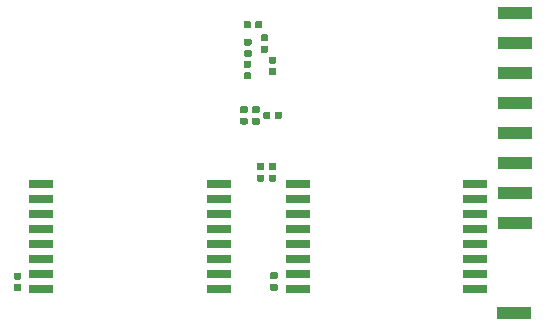
<source format=gbp>
G04 #@! TF.GenerationSoftware,KiCad,Pcbnew,(5.1.4-0-10_14)*
G04 #@! TF.CreationDate,2020-03-30T10:54:37+02:00*
G04 #@! TF.ProjectId,kapukiTRX-hw-trx,6b617075-6b69-4545-9258-2d68772d7472,rev?*
G04 #@! TF.SameCoordinates,Original*
G04 #@! TF.FileFunction,Paste,Bot*
G04 #@! TF.FilePolarity,Positive*
%FSLAX46Y46*%
G04 Gerber Fmt 4.6, Leading zero omitted, Abs format (unit mm)*
G04 Created by KiCad (PCBNEW (5.1.4-0-10_14)) date 2020-03-30 10:54:37*
%MOMM*%
%LPD*%
G04 APERTURE LIST*
%ADD10C,0.100000*%
%ADD11C,0.590000*%
%ADD12R,3.000000X1.000000*%
%ADD13R,2.000000X0.700000*%
G04 APERTURE END LIST*
D10*
G36*
X192843958Y-95895910D02*
G01*
X192858276Y-95898034D01*
X192872317Y-95901551D01*
X192885946Y-95906428D01*
X192899031Y-95912617D01*
X192911447Y-95920058D01*
X192923073Y-95928681D01*
X192933798Y-95938402D01*
X192943519Y-95949127D01*
X192952142Y-95960753D01*
X192959583Y-95973169D01*
X192965772Y-95986254D01*
X192970649Y-95999883D01*
X192974166Y-96013924D01*
X192976290Y-96028242D01*
X192977000Y-96042700D01*
X192977000Y-96387700D01*
X192976290Y-96402158D01*
X192974166Y-96416476D01*
X192970649Y-96430517D01*
X192965772Y-96444146D01*
X192959583Y-96457231D01*
X192952142Y-96469647D01*
X192943519Y-96481273D01*
X192933798Y-96491998D01*
X192923073Y-96501719D01*
X192911447Y-96510342D01*
X192899031Y-96517783D01*
X192885946Y-96523972D01*
X192872317Y-96528849D01*
X192858276Y-96532366D01*
X192843958Y-96534490D01*
X192829500Y-96535200D01*
X192534500Y-96535200D01*
X192520042Y-96534490D01*
X192505724Y-96532366D01*
X192491683Y-96528849D01*
X192478054Y-96523972D01*
X192464969Y-96517783D01*
X192452553Y-96510342D01*
X192440927Y-96501719D01*
X192430202Y-96491998D01*
X192420481Y-96481273D01*
X192411858Y-96469647D01*
X192404417Y-96457231D01*
X192398228Y-96444146D01*
X192393351Y-96430517D01*
X192389834Y-96416476D01*
X192387710Y-96402158D01*
X192387000Y-96387700D01*
X192387000Y-96042700D01*
X192387710Y-96028242D01*
X192389834Y-96013924D01*
X192393351Y-95999883D01*
X192398228Y-95986254D01*
X192404417Y-95973169D01*
X192411858Y-95960753D01*
X192420481Y-95949127D01*
X192430202Y-95938402D01*
X192440927Y-95928681D01*
X192452553Y-95920058D01*
X192464969Y-95912617D01*
X192478054Y-95906428D01*
X192491683Y-95901551D01*
X192505724Y-95898034D01*
X192520042Y-95895910D01*
X192534500Y-95895200D01*
X192829500Y-95895200D01*
X192843958Y-95895910D01*
X192843958Y-95895910D01*
G37*
D11*
X192682000Y-96215200D03*
D10*
G36*
X193813958Y-95895910D02*
G01*
X193828276Y-95898034D01*
X193842317Y-95901551D01*
X193855946Y-95906428D01*
X193869031Y-95912617D01*
X193881447Y-95920058D01*
X193893073Y-95928681D01*
X193903798Y-95938402D01*
X193913519Y-95949127D01*
X193922142Y-95960753D01*
X193929583Y-95973169D01*
X193935772Y-95986254D01*
X193940649Y-95999883D01*
X193944166Y-96013924D01*
X193946290Y-96028242D01*
X193947000Y-96042700D01*
X193947000Y-96387700D01*
X193946290Y-96402158D01*
X193944166Y-96416476D01*
X193940649Y-96430517D01*
X193935772Y-96444146D01*
X193929583Y-96457231D01*
X193922142Y-96469647D01*
X193913519Y-96481273D01*
X193903798Y-96491998D01*
X193893073Y-96501719D01*
X193881447Y-96510342D01*
X193869031Y-96517783D01*
X193855946Y-96523972D01*
X193842317Y-96528849D01*
X193828276Y-96532366D01*
X193813958Y-96534490D01*
X193799500Y-96535200D01*
X193504500Y-96535200D01*
X193490042Y-96534490D01*
X193475724Y-96532366D01*
X193461683Y-96528849D01*
X193448054Y-96523972D01*
X193434969Y-96517783D01*
X193422553Y-96510342D01*
X193410927Y-96501719D01*
X193400202Y-96491998D01*
X193390481Y-96481273D01*
X193381858Y-96469647D01*
X193374417Y-96457231D01*
X193368228Y-96444146D01*
X193363351Y-96430517D01*
X193359834Y-96416476D01*
X193357710Y-96402158D01*
X193357000Y-96387700D01*
X193357000Y-96042700D01*
X193357710Y-96028242D01*
X193359834Y-96013924D01*
X193363351Y-95999883D01*
X193368228Y-95986254D01*
X193374417Y-95973169D01*
X193381858Y-95960753D01*
X193390481Y-95949127D01*
X193400202Y-95938402D01*
X193410927Y-95928681D01*
X193422553Y-95920058D01*
X193434969Y-95912617D01*
X193448054Y-95906428D01*
X193461683Y-95901551D01*
X193475724Y-95898034D01*
X193490042Y-95895910D01*
X193504500Y-95895200D01*
X193799500Y-95895200D01*
X193813958Y-95895910D01*
X193813958Y-95895910D01*
G37*
D11*
X193652000Y-96215200D03*
D12*
X215265000Y-120650000D03*
D13*
X196961760Y-118595140D03*
X196961760Y-117325140D03*
X196961760Y-116055140D03*
X196961760Y-114785140D03*
X196961760Y-113515140D03*
X196961760Y-112245140D03*
X196961760Y-110975140D03*
X196961760Y-109705140D03*
X211963000Y-109705140D03*
X211963000Y-110975140D03*
X211963000Y-112245140D03*
X211963000Y-113515140D03*
X211963000Y-114785140D03*
X211963000Y-116055140D03*
X211963000Y-117325140D03*
X211963000Y-118595140D03*
D10*
G36*
X195004958Y-108902710D02*
G01*
X195019276Y-108904834D01*
X195033317Y-108908351D01*
X195046946Y-108913228D01*
X195060031Y-108919417D01*
X195072447Y-108926858D01*
X195084073Y-108935481D01*
X195094798Y-108945202D01*
X195104519Y-108955927D01*
X195113142Y-108967553D01*
X195120583Y-108979969D01*
X195126772Y-108993054D01*
X195131649Y-109006683D01*
X195135166Y-109020724D01*
X195137290Y-109035042D01*
X195138000Y-109049500D01*
X195138000Y-109344500D01*
X195137290Y-109358958D01*
X195135166Y-109373276D01*
X195131649Y-109387317D01*
X195126772Y-109400946D01*
X195120583Y-109414031D01*
X195113142Y-109426447D01*
X195104519Y-109438073D01*
X195094798Y-109448798D01*
X195084073Y-109458519D01*
X195072447Y-109467142D01*
X195060031Y-109474583D01*
X195046946Y-109480772D01*
X195033317Y-109485649D01*
X195019276Y-109489166D01*
X195004958Y-109491290D01*
X194990500Y-109492000D01*
X194645500Y-109492000D01*
X194631042Y-109491290D01*
X194616724Y-109489166D01*
X194602683Y-109485649D01*
X194589054Y-109480772D01*
X194575969Y-109474583D01*
X194563553Y-109467142D01*
X194551927Y-109458519D01*
X194541202Y-109448798D01*
X194531481Y-109438073D01*
X194522858Y-109426447D01*
X194515417Y-109414031D01*
X194509228Y-109400946D01*
X194504351Y-109387317D01*
X194500834Y-109373276D01*
X194498710Y-109358958D01*
X194498000Y-109344500D01*
X194498000Y-109049500D01*
X194498710Y-109035042D01*
X194500834Y-109020724D01*
X194504351Y-109006683D01*
X194509228Y-108993054D01*
X194515417Y-108979969D01*
X194522858Y-108967553D01*
X194531481Y-108955927D01*
X194541202Y-108945202D01*
X194551927Y-108935481D01*
X194563553Y-108926858D01*
X194575969Y-108919417D01*
X194589054Y-108913228D01*
X194602683Y-108908351D01*
X194616724Y-108904834D01*
X194631042Y-108902710D01*
X194645500Y-108902000D01*
X194990500Y-108902000D01*
X195004958Y-108902710D01*
X195004958Y-108902710D01*
G37*
D11*
X194818000Y-109197000D03*
D10*
G36*
X195004958Y-107932710D02*
G01*
X195019276Y-107934834D01*
X195033317Y-107938351D01*
X195046946Y-107943228D01*
X195060031Y-107949417D01*
X195072447Y-107956858D01*
X195084073Y-107965481D01*
X195094798Y-107975202D01*
X195104519Y-107985927D01*
X195113142Y-107997553D01*
X195120583Y-108009969D01*
X195126772Y-108023054D01*
X195131649Y-108036683D01*
X195135166Y-108050724D01*
X195137290Y-108065042D01*
X195138000Y-108079500D01*
X195138000Y-108374500D01*
X195137290Y-108388958D01*
X195135166Y-108403276D01*
X195131649Y-108417317D01*
X195126772Y-108430946D01*
X195120583Y-108444031D01*
X195113142Y-108456447D01*
X195104519Y-108468073D01*
X195094798Y-108478798D01*
X195084073Y-108488519D01*
X195072447Y-108497142D01*
X195060031Y-108504583D01*
X195046946Y-108510772D01*
X195033317Y-108515649D01*
X195019276Y-108519166D01*
X195004958Y-108521290D01*
X194990500Y-108522000D01*
X194645500Y-108522000D01*
X194631042Y-108521290D01*
X194616724Y-108519166D01*
X194602683Y-108515649D01*
X194589054Y-108510772D01*
X194575969Y-108504583D01*
X194563553Y-108497142D01*
X194551927Y-108488519D01*
X194541202Y-108478798D01*
X194531481Y-108468073D01*
X194522858Y-108456447D01*
X194515417Y-108444031D01*
X194509228Y-108430946D01*
X194504351Y-108417317D01*
X194500834Y-108403276D01*
X194498710Y-108388958D01*
X194498000Y-108374500D01*
X194498000Y-108079500D01*
X194498710Y-108065042D01*
X194500834Y-108050724D01*
X194504351Y-108036683D01*
X194509228Y-108023054D01*
X194515417Y-108009969D01*
X194522858Y-107997553D01*
X194531481Y-107985927D01*
X194541202Y-107975202D01*
X194551927Y-107965481D01*
X194563553Y-107956858D01*
X194575969Y-107949417D01*
X194589054Y-107943228D01*
X194602683Y-107938351D01*
X194616724Y-107934834D01*
X194631042Y-107932710D01*
X194645500Y-107932000D01*
X194990500Y-107932000D01*
X195004958Y-107932710D01*
X195004958Y-107932710D01*
G37*
D11*
X194818000Y-108227000D03*
D10*
G36*
X193988958Y-108902710D02*
G01*
X194003276Y-108904834D01*
X194017317Y-108908351D01*
X194030946Y-108913228D01*
X194044031Y-108919417D01*
X194056447Y-108926858D01*
X194068073Y-108935481D01*
X194078798Y-108945202D01*
X194088519Y-108955927D01*
X194097142Y-108967553D01*
X194104583Y-108979969D01*
X194110772Y-108993054D01*
X194115649Y-109006683D01*
X194119166Y-109020724D01*
X194121290Y-109035042D01*
X194122000Y-109049500D01*
X194122000Y-109344500D01*
X194121290Y-109358958D01*
X194119166Y-109373276D01*
X194115649Y-109387317D01*
X194110772Y-109400946D01*
X194104583Y-109414031D01*
X194097142Y-109426447D01*
X194088519Y-109438073D01*
X194078798Y-109448798D01*
X194068073Y-109458519D01*
X194056447Y-109467142D01*
X194044031Y-109474583D01*
X194030946Y-109480772D01*
X194017317Y-109485649D01*
X194003276Y-109489166D01*
X193988958Y-109491290D01*
X193974500Y-109492000D01*
X193629500Y-109492000D01*
X193615042Y-109491290D01*
X193600724Y-109489166D01*
X193586683Y-109485649D01*
X193573054Y-109480772D01*
X193559969Y-109474583D01*
X193547553Y-109467142D01*
X193535927Y-109458519D01*
X193525202Y-109448798D01*
X193515481Y-109438073D01*
X193506858Y-109426447D01*
X193499417Y-109414031D01*
X193493228Y-109400946D01*
X193488351Y-109387317D01*
X193484834Y-109373276D01*
X193482710Y-109358958D01*
X193482000Y-109344500D01*
X193482000Y-109049500D01*
X193482710Y-109035042D01*
X193484834Y-109020724D01*
X193488351Y-109006683D01*
X193493228Y-108993054D01*
X193499417Y-108979969D01*
X193506858Y-108967553D01*
X193515481Y-108955927D01*
X193525202Y-108945202D01*
X193535927Y-108935481D01*
X193547553Y-108926858D01*
X193559969Y-108919417D01*
X193573054Y-108913228D01*
X193586683Y-108908351D01*
X193600724Y-108904834D01*
X193615042Y-108902710D01*
X193629500Y-108902000D01*
X193974500Y-108902000D01*
X193988958Y-108902710D01*
X193988958Y-108902710D01*
G37*
D11*
X193802000Y-109197000D03*
D10*
G36*
X193988958Y-107932710D02*
G01*
X194003276Y-107934834D01*
X194017317Y-107938351D01*
X194030946Y-107943228D01*
X194044031Y-107949417D01*
X194056447Y-107956858D01*
X194068073Y-107965481D01*
X194078798Y-107975202D01*
X194088519Y-107985927D01*
X194097142Y-107997553D01*
X194104583Y-108009969D01*
X194110772Y-108023054D01*
X194115649Y-108036683D01*
X194119166Y-108050724D01*
X194121290Y-108065042D01*
X194122000Y-108079500D01*
X194122000Y-108374500D01*
X194121290Y-108388958D01*
X194119166Y-108403276D01*
X194115649Y-108417317D01*
X194110772Y-108430946D01*
X194104583Y-108444031D01*
X194097142Y-108456447D01*
X194088519Y-108468073D01*
X194078798Y-108478798D01*
X194068073Y-108488519D01*
X194056447Y-108497142D01*
X194044031Y-108504583D01*
X194030946Y-108510772D01*
X194017317Y-108515649D01*
X194003276Y-108519166D01*
X193988958Y-108521290D01*
X193974500Y-108522000D01*
X193629500Y-108522000D01*
X193615042Y-108521290D01*
X193600724Y-108519166D01*
X193586683Y-108515649D01*
X193573054Y-108510772D01*
X193559969Y-108504583D01*
X193547553Y-108497142D01*
X193535927Y-108488519D01*
X193525202Y-108478798D01*
X193515481Y-108468073D01*
X193506858Y-108456447D01*
X193499417Y-108444031D01*
X193493228Y-108430946D01*
X193488351Y-108417317D01*
X193484834Y-108403276D01*
X193482710Y-108388958D01*
X193482000Y-108374500D01*
X193482000Y-108079500D01*
X193482710Y-108065042D01*
X193484834Y-108050724D01*
X193488351Y-108036683D01*
X193493228Y-108023054D01*
X193499417Y-108009969D01*
X193506858Y-107997553D01*
X193515481Y-107985927D01*
X193525202Y-107975202D01*
X193535927Y-107965481D01*
X193547553Y-107956858D01*
X193559969Y-107949417D01*
X193573054Y-107943228D01*
X193586683Y-107938351D01*
X193600724Y-107934834D01*
X193615042Y-107932710D01*
X193629500Y-107932000D01*
X193974500Y-107932000D01*
X193988958Y-107932710D01*
X193988958Y-107932710D01*
G37*
D11*
X193802000Y-108227000D03*
D13*
X190261240Y-118595140D03*
X190261240Y-117325140D03*
X190261240Y-116055140D03*
X190261240Y-114785140D03*
X190261240Y-113515140D03*
X190261240Y-112245140D03*
X190261240Y-110975140D03*
X190261240Y-109705140D03*
X175260000Y-109705140D03*
X175260000Y-110975140D03*
X175260000Y-112245140D03*
X175260000Y-113515140D03*
X175260000Y-114785140D03*
X175260000Y-116055140D03*
X175260000Y-117325140D03*
X175260000Y-118595140D03*
D10*
G36*
X192896758Y-99271310D02*
G01*
X192911076Y-99273434D01*
X192925117Y-99276951D01*
X192938746Y-99281828D01*
X192951831Y-99288017D01*
X192964247Y-99295458D01*
X192975873Y-99304081D01*
X192986598Y-99313802D01*
X192996319Y-99324527D01*
X193004942Y-99336153D01*
X193012383Y-99348569D01*
X193018572Y-99361654D01*
X193023449Y-99375283D01*
X193026966Y-99389324D01*
X193029090Y-99403642D01*
X193029800Y-99418100D01*
X193029800Y-99713100D01*
X193029090Y-99727558D01*
X193026966Y-99741876D01*
X193023449Y-99755917D01*
X193018572Y-99769546D01*
X193012383Y-99782631D01*
X193004942Y-99795047D01*
X192996319Y-99806673D01*
X192986598Y-99817398D01*
X192975873Y-99827119D01*
X192964247Y-99835742D01*
X192951831Y-99843183D01*
X192938746Y-99849372D01*
X192925117Y-99854249D01*
X192911076Y-99857766D01*
X192896758Y-99859890D01*
X192882300Y-99860600D01*
X192537300Y-99860600D01*
X192522842Y-99859890D01*
X192508524Y-99857766D01*
X192494483Y-99854249D01*
X192480854Y-99849372D01*
X192467769Y-99843183D01*
X192455353Y-99835742D01*
X192443727Y-99827119D01*
X192433002Y-99817398D01*
X192423281Y-99806673D01*
X192414658Y-99795047D01*
X192407217Y-99782631D01*
X192401028Y-99769546D01*
X192396151Y-99755917D01*
X192392634Y-99741876D01*
X192390510Y-99727558D01*
X192389800Y-99713100D01*
X192389800Y-99418100D01*
X192390510Y-99403642D01*
X192392634Y-99389324D01*
X192396151Y-99375283D01*
X192401028Y-99361654D01*
X192407217Y-99348569D01*
X192414658Y-99336153D01*
X192423281Y-99324527D01*
X192433002Y-99313802D01*
X192443727Y-99304081D01*
X192455353Y-99295458D01*
X192467769Y-99288017D01*
X192480854Y-99281828D01*
X192494483Y-99276951D01*
X192508524Y-99273434D01*
X192522842Y-99271310D01*
X192537300Y-99270600D01*
X192882300Y-99270600D01*
X192896758Y-99271310D01*
X192896758Y-99271310D01*
G37*
D11*
X192709800Y-99565600D03*
D10*
G36*
X192896758Y-100241310D02*
G01*
X192911076Y-100243434D01*
X192925117Y-100246951D01*
X192938746Y-100251828D01*
X192951831Y-100258017D01*
X192964247Y-100265458D01*
X192975873Y-100274081D01*
X192986598Y-100283802D01*
X192996319Y-100294527D01*
X193004942Y-100306153D01*
X193012383Y-100318569D01*
X193018572Y-100331654D01*
X193023449Y-100345283D01*
X193026966Y-100359324D01*
X193029090Y-100373642D01*
X193029800Y-100388100D01*
X193029800Y-100683100D01*
X193029090Y-100697558D01*
X193026966Y-100711876D01*
X193023449Y-100725917D01*
X193018572Y-100739546D01*
X193012383Y-100752631D01*
X193004942Y-100765047D01*
X192996319Y-100776673D01*
X192986598Y-100787398D01*
X192975873Y-100797119D01*
X192964247Y-100805742D01*
X192951831Y-100813183D01*
X192938746Y-100819372D01*
X192925117Y-100824249D01*
X192911076Y-100827766D01*
X192896758Y-100829890D01*
X192882300Y-100830600D01*
X192537300Y-100830600D01*
X192522842Y-100829890D01*
X192508524Y-100827766D01*
X192494483Y-100824249D01*
X192480854Y-100819372D01*
X192467769Y-100813183D01*
X192455353Y-100805742D01*
X192443727Y-100797119D01*
X192433002Y-100787398D01*
X192423281Y-100776673D01*
X192414658Y-100765047D01*
X192407217Y-100752631D01*
X192401028Y-100739546D01*
X192396151Y-100725917D01*
X192392634Y-100711876D01*
X192390510Y-100697558D01*
X192389800Y-100683100D01*
X192389800Y-100388100D01*
X192390510Y-100373642D01*
X192392634Y-100359324D01*
X192396151Y-100345283D01*
X192401028Y-100331654D01*
X192407217Y-100318569D01*
X192414658Y-100306153D01*
X192423281Y-100294527D01*
X192433002Y-100283802D01*
X192443727Y-100274081D01*
X192455353Y-100265458D01*
X192467769Y-100258017D01*
X192480854Y-100251828D01*
X192494483Y-100246951D01*
X192508524Y-100243434D01*
X192522842Y-100241310D01*
X192537300Y-100240600D01*
X192882300Y-100240600D01*
X192896758Y-100241310D01*
X192896758Y-100241310D01*
G37*
D11*
X192709800Y-100535600D03*
D10*
G36*
X194319158Y-98008510D02*
G01*
X194333476Y-98010634D01*
X194347517Y-98014151D01*
X194361146Y-98019028D01*
X194374231Y-98025217D01*
X194386647Y-98032658D01*
X194398273Y-98041281D01*
X194408998Y-98051002D01*
X194418719Y-98061727D01*
X194427342Y-98073353D01*
X194434783Y-98085769D01*
X194440972Y-98098854D01*
X194445849Y-98112483D01*
X194449366Y-98126524D01*
X194451490Y-98140842D01*
X194452200Y-98155300D01*
X194452200Y-98450300D01*
X194451490Y-98464758D01*
X194449366Y-98479076D01*
X194445849Y-98493117D01*
X194440972Y-98506746D01*
X194434783Y-98519831D01*
X194427342Y-98532247D01*
X194418719Y-98543873D01*
X194408998Y-98554598D01*
X194398273Y-98564319D01*
X194386647Y-98572942D01*
X194374231Y-98580383D01*
X194361146Y-98586572D01*
X194347517Y-98591449D01*
X194333476Y-98594966D01*
X194319158Y-98597090D01*
X194304700Y-98597800D01*
X193959700Y-98597800D01*
X193945242Y-98597090D01*
X193930924Y-98594966D01*
X193916883Y-98591449D01*
X193903254Y-98586572D01*
X193890169Y-98580383D01*
X193877753Y-98572942D01*
X193866127Y-98564319D01*
X193855402Y-98554598D01*
X193845681Y-98543873D01*
X193837058Y-98532247D01*
X193829617Y-98519831D01*
X193823428Y-98506746D01*
X193818551Y-98493117D01*
X193815034Y-98479076D01*
X193812910Y-98464758D01*
X193812200Y-98450300D01*
X193812200Y-98155300D01*
X193812910Y-98140842D01*
X193815034Y-98126524D01*
X193818551Y-98112483D01*
X193823428Y-98098854D01*
X193829617Y-98085769D01*
X193837058Y-98073353D01*
X193845681Y-98061727D01*
X193855402Y-98051002D01*
X193866127Y-98041281D01*
X193877753Y-98032658D01*
X193890169Y-98025217D01*
X193903254Y-98019028D01*
X193916883Y-98014151D01*
X193930924Y-98010634D01*
X193945242Y-98008510D01*
X193959700Y-98007800D01*
X194304700Y-98007800D01*
X194319158Y-98008510D01*
X194319158Y-98008510D01*
G37*
D11*
X194132200Y-98302800D03*
D10*
G36*
X194319158Y-97038510D02*
G01*
X194333476Y-97040634D01*
X194347517Y-97044151D01*
X194361146Y-97049028D01*
X194374231Y-97055217D01*
X194386647Y-97062658D01*
X194398273Y-97071281D01*
X194408998Y-97081002D01*
X194418719Y-97091727D01*
X194427342Y-97103353D01*
X194434783Y-97115769D01*
X194440972Y-97128854D01*
X194445849Y-97142483D01*
X194449366Y-97156524D01*
X194451490Y-97170842D01*
X194452200Y-97185300D01*
X194452200Y-97480300D01*
X194451490Y-97494758D01*
X194449366Y-97509076D01*
X194445849Y-97523117D01*
X194440972Y-97536746D01*
X194434783Y-97549831D01*
X194427342Y-97562247D01*
X194418719Y-97573873D01*
X194408998Y-97584598D01*
X194398273Y-97594319D01*
X194386647Y-97602942D01*
X194374231Y-97610383D01*
X194361146Y-97616572D01*
X194347517Y-97621449D01*
X194333476Y-97624966D01*
X194319158Y-97627090D01*
X194304700Y-97627800D01*
X193959700Y-97627800D01*
X193945242Y-97627090D01*
X193930924Y-97624966D01*
X193916883Y-97621449D01*
X193903254Y-97616572D01*
X193890169Y-97610383D01*
X193877753Y-97602942D01*
X193866127Y-97594319D01*
X193855402Y-97584598D01*
X193845681Y-97573873D01*
X193837058Y-97562247D01*
X193829617Y-97549831D01*
X193823428Y-97536746D01*
X193818551Y-97523117D01*
X193815034Y-97509076D01*
X193812910Y-97494758D01*
X193812200Y-97480300D01*
X193812200Y-97185300D01*
X193812910Y-97170842D01*
X193815034Y-97156524D01*
X193818551Y-97142483D01*
X193823428Y-97128854D01*
X193829617Y-97115769D01*
X193837058Y-97103353D01*
X193845681Y-97091727D01*
X193855402Y-97081002D01*
X193866127Y-97071281D01*
X193877753Y-97062658D01*
X193890169Y-97055217D01*
X193903254Y-97049028D01*
X193916883Y-97044151D01*
X193930924Y-97040634D01*
X193945242Y-97038510D01*
X193959700Y-97037800D01*
X194304700Y-97037800D01*
X194319158Y-97038510D01*
X194319158Y-97038510D01*
G37*
D11*
X194132200Y-97332800D03*
D10*
G36*
X192922158Y-97391710D02*
G01*
X192936476Y-97393834D01*
X192950517Y-97397351D01*
X192964146Y-97402228D01*
X192977231Y-97408417D01*
X192989647Y-97415858D01*
X193001273Y-97424481D01*
X193011998Y-97434202D01*
X193021719Y-97444927D01*
X193030342Y-97456553D01*
X193037783Y-97468969D01*
X193043972Y-97482054D01*
X193048849Y-97495683D01*
X193052366Y-97509724D01*
X193054490Y-97524042D01*
X193055200Y-97538500D01*
X193055200Y-97833500D01*
X193054490Y-97847958D01*
X193052366Y-97862276D01*
X193048849Y-97876317D01*
X193043972Y-97889946D01*
X193037783Y-97903031D01*
X193030342Y-97915447D01*
X193021719Y-97927073D01*
X193011998Y-97937798D01*
X193001273Y-97947519D01*
X192989647Y-97956142D01*
X192977231Y-97963583D01*
X192964146Y-97969772D01*
X192950517Y-97974649D01*
X192936476Y-97978166D01*
X192922158Y-97980290D01*
X192907700Y-97981000D01*
X192562700Y-97981000D01*
X192548242Y-97980290D01*
X192533924Y-97978166D01*
X192519883Y-97974649D01*
X192506254Y-97969772D01*
X192493169Y-97963583D01*
X192480753Y-97956142D01*
X192469127Y-97947519D01*
X192458402Y-97937798D01*
X192448681Y-97927073D01*
X192440058Y-97915447D01*
X192432617Y-97903031D01*
X192426428Y-97889946D01*
X192421551Y-97876317D01*
X192418034Y-97862276D01*
X192415910Y-97847958D01*
X192415200Y-97833500D01*
X192415200Y-97538500D01*
X192415910Y-97524042D01*
X192418034Y-97509724D01*
X192421551Y-97495683D01*
X192426428Y-97482054D01*
X192432617Y-97468969D01*
X192440058Y-97456553D01*
X192448681Y-97444927D01*
X192458402Y-97434202D01*
X192469127Y-97424481D01*
X192480753Y-97415858D01*
X192493169Y-97408417D01*
X192506254Y-97402228D01*
X192519883Y-97397351D01*
X192533924Y-97393834D01*
X192548242Y-97391710D01*
X192562700Y-97391000D01*
X192907700Y-97391000D01*
X192922158Y-97391710D01*
X192922158Y-97391710D01*
G37*
D11*
X192735200Y-97686000D03*
D10*
G36*
X192922158Y-98361710D02*
G01*
X192936476Y-98363834D01*
X192950517Y-98367351D01*
X192964146Y-98372228D01*
X192977231Y-98378417D01*
X192989647Y-98385858D01*
X193001273Y-98394481D01*
X193011998Y-98404202D01*
X193021719Y-98414927D01*
X193030342Y-98426553D01*
X193037783Y-98438969D01*
X193043972Y-98452054D01*
X193048849Y-98465683D01*
X193052366Y-98479724D01*
X193054490Y-98494042D01*
X193055200Y-98508500D01*
X193055200Y-98803500D01*
X193054490Y-98817958D01*
X193052366Y-98832276D01*
X193048849Y-98846317D01*
X193043972Y-98859946D01*
X193037783Y-98873031D01*
X193030342Y-98885447D01*
X193021719Y-98897073D01*
X193011998Y-98907798D01*
X193001273Y-98917519D01*
X192989647Y-98926142D01*
X192977231Y-98933583D01*
X192964146Y-98939772D01*
X192950517Y-98944649D01*
X192936476Y-98948166D01*
X192922158Y-98950290D01*
X192907700Y-98951000D01*
X192562700Y-98951000D01*
X192548242Y-98950290D01*
X192533924Y-98948166D01*
X192519883Y-98944649D01*
X192506254Y-98939772D01*
X192493169Y-98933583D01*
X192480753Y-98926142D01*
X192469127Y-98917519D01*
X192458402Y-98907798D01*
X192448681Y-98897073D01*
X192440058Y-98885447D01*
X192432617Y-98873031D01*
X192426428Y-98859946D01*
X192421551Y-98846317D01*
X192418034Y-98832276D01*
X192415910Y-98817958D01*
X192415200Y-98803500D01*
X192415200Y-98508500D01*
X192415910Y-98494042D01*
X192418034Y-98479724D01*
X192421551Y-98465683D01*
X192426428Y-98452054D01*
X192432617Y-98438969D01*
X192440058Y-98426553D01*
X192448681Y-98414927D01*
X192458402Y-98404202D01*
X192469127Y-98394481D01*
X192480753Y-98385858D01*
X192493169Y-98378417D01*
X192506254Y-98372228D01*
X192519883Y-98367351D01*
X192533924Y-98363834D01*
X192548242Y-98361710D01*
X192562700Y-98361000D01*
X192907700Y-98361000D01*
X192922158Y-98361710D01*
X192922158Y-98361710D01*
G37*
D11*
X192735200Y-98656000D03*
D10*
G36*
X195004958Y-99885710D02*
G01*
X195019276Y-99887834D01*
X195033317Y-99891351D01*
X195046946Y-99896228D01*
X195060031Y-99902417D01*
X195072447Y-99909858D01*
X195084073Y-99918481D01*
X195094798Y-99928202D01*
X195104519Y-99938927D01*
X195113142Y-99950553D01*
X195120583Y-99962969D01*
X195126772Y-99976054D01*
X195131649Y-99989683D01*
X195135166Y-100003724D01*
X195137290Y-100018042D01*
X195138000Y-100032500D01*
X195138000Y-100327500D01*
X195137290Y-100341958D01*
X195135166Y-100356276D01*
X195131649Y-100370317D01*
X195126772Y-100383946D01*
X195120583Y-100397031D01*
X195113142Y-100409447D01*
X195104519Y-100421073D01*
X195094798Y-100431798D01*
X195084073Y-100441519D01*
X195072447Y-100450142D01*
X195060031Y-100457583D01*
X195046946Y-100463772D01*
X195033317Y-100468649D01*
X195019276Y-100472166D01*
X195004958Y-100474290D01*
X194990500Y-100475000D01*
X194645500Y-100475000D01*
X194631042Y-100474290D01*
X194616724Y-100472166D01*
X194602683Y-100468649D01*
X194589054Y-100463772D01*
X194575969Y-100457583D01*
X194563553Y-100450142D01*
X194551927Y-100441519D01*
X194541202Y-100431798D01*
X194531481Y-100421073D01*
X194522858Y-100409447D01*
X194515417Y-100397031D01*
X194509228Y-100383946D01*
X194504351Y-100370317D01*
X194500834Y-100356276D01*
X194498710Y-100341958D01*
X194498000Y-100327500D01*
X194498000Y-100032500D01*
X194498710Y-100018042D01*
X194500834Y-100003724D01*
X194504351Y-99989683D01*
X194509228Y-99976054D01*
X194515417Y-99962969D01*
X194522858Y-99950553D01*
X194531481Y-99938927D01*
X194541202Y-99928202D01*
X194551927Y-99918481D01*
X194563553Y-99909858D01*
X194575969Y-99902417D01*
X194589054Y-99896228D01*
X194602683Y-99891351D01*
X194616724Y-99887834D01*
X194631042Y-99885710D01*
X194645500Y-99885000D01*
X194990500Y-99885000D01*
X195004958Y-99885710D01*
X195004958Y-99885710D01*
G37*
D11*
X194818000Y-100180000D03*
D10*
G36*
X195004958Y-98915710D02*
G01*
X195019276Y-98917834D01*
X195033317Y-98921351D01*
X195046946Y-98926228D01*
X195060031Y-98932417D01*
X195072447Y-98939858D01*
X195084073Y-98948481D01*
X195094798Y-98958202D01*
X195104519Y-98968927D01*
X195113142Y-98980553D01*
X195120583Y-98992969D01*
X195126772Y-99006054D01*
X195131649Y-99019683D01*
X195135166Y-99033724D01*
X195137290Y-99048042D01*
X195138000Y-99062500D01*
X195138000Y-99357500D01*
X195137290Y-99371958D01*
X195135166Y-99386276D01*
X195131649Y-99400317D01*
X195126772Y-99413946D01*
X195120583Y-99427031D01*
X195113142Y-99439447D01*
X195104519Y-99451073D01*
X195094798Y-99461798D01*
X195084073Y-99471519D01*
X195072447Y-99480142D01*
X195060031Y-99487583D01*
X195046946Y-99493772D01*
X195033317Y-99498649D01*
X195019276Y-99502166D01*
X195004958Y-99504290D01*
X194990500Y-99505000D01*
X194645500Y-99505000D01*
X194631042Y-99504290D01*
X194616724Y-99502166D01*
X194602683Y-99498649D01*
X194589054Y-99493772D01*
X194575969Y-99487583D01*
X194563553Y-99480142D01*
X194551927Y-99471519D01*
X194541202Y-99461798D01*
X194531481Y-99451073D01*
X194522858Y-99439447D01*
X194515417Y-99427031D01*
X194509228Y-99413946D01*
X194504351Y-99400317D01*
X194500834Y-99386276D01*
X194498710Y-99371958D01*
X194498000Y-99357500D01*
X194498000Y-99062500D01*
X194498710Y-99048042D01*
X194500834Y-99033724D01*
X194504351Y-99019683D01*
X194509228Y-99006054D01*
X194515417Y-98992969D01*
X194522858Y-98980553D01*
X194531481Y-98968927D01*
X194541202Y-98958202D01*
X194551927Y-98948481D01*
X194563553Y-98939858D01*
X194575969Y-98932417D01*
X194589054Y-98926228D01*
X194602683Y-98921351D01*
X194616724Y-98917834D01*
X194631042Y-98915710D01*
X194645500Y-98915000D01*
X194990500Y-98915000D01*
X195004958Y-98915710D01*
X195004958Y-98915710D01*
G37*
D11*
X194818000Y-99210000D03*
D10*
G36*
X192591958Y-104076710D02*
G01*
X192606276Y-104078834D01*
X192620317Y-104082351D01*
X192633946Y-104087228D01*
X192647031Y-104093417D01*
X192659447Y-104100858D01*
X192671073Y-104109481D01*
X192681798Y-104119202D01*
X192691519Y-104129927D01*
X192700142Y-104141553D01*
X192707583Y-104153969D01*
X192713772Y-104167054D01*
X192718649Y-104180683D01*
X192722166Y-104194724D01*
X192724290Y-104209042D01*
X192725000Y-104223500D01*
X192725000Y-104518500D01*
X192724290Y-104532958D01*
X192722166Y-104547276D01*
X192718649Y-104561317D01*
X192713772Y-104574946D01*
X192707583Y-104588031D01*
X192700142Y-104600447D01*
X192691519Y-104612073D01*
X192681798Y-104622798D01*
X192671073Y-104632519D01*
X192659447Y-104641142D01*
X192647031Y-104648583D01*
X192633946Y-104654772D01*
X192620317Y-104659649D01*
X192606276Y-104663166D01*
X192591958Y-104665290D01*
X192577500Y-104666000D01*
X192232500Y-104666000D01*
X192218042Y-104665290D01*
X192203724Y-104663166D01*
X192189683Y-104659649D01*
X192176054Y-104654772D01*
X192162969Y-104648583D01*
X192150553Y-104641142D01*
X192138927Y-104632519D01*
X192128202Y-104622798D01*
X192118481Y-104612073D01*
X192109858Y-104600447D01*
X192102417Y-104588031D01*
X192096228Y-104574946D01*
X192091351Y-104561317D01*
X192087834Y-104547276D01*
X192085710Y-104532958D01*
X192085000Y-104518500D01*
X192085000Y-104223500D01*
X192085710Y-104209042D01*
X192087834Y-104194724D01*
X192091351Y-104180683D01*
X192096228Y-104167054D01*
X192102417Y-104153969D01*
X192109858Y-104141553D01*
X192118481Y-104129927D01*
X192128202Y-104119202D01*
X192138927Y-104109481D01*
X192150553Y-104100858D01*
X192162969Y-104093417D01*
X192176054Y-104087228D01*
X192189683Y-104082351D01*
X192203724Y-104078834D01*
X192218042Y-104076710D01*
X192232500Y-104076000D01*
X192577500Y-104076000D01*
X192591958Y-104076710D01*
X192591958Y-104076710D01*
G37*
D11*
X192405000Y-104371000D03*
D10*
G36*
X192591958Y-103106710D02*
G01*
X192606276Y-103108834D01*
X192620317Y-103112351D01*
X192633946Y-103117228D01*
X192647031Y-103123417D01*
X192659447Y-103130858D01*
X192671073Y-103139481D01*
X192681798Y-103149202D01*
X192691519Y-103159927D01*
X192700142Y-103171553D01*
X192707583Y-103183969D01*
X192713772Y-103197054D01*
X192718649Y-103210683D01*
X192722166Y-103224724D01*
X192724290Y-103239042D01*
X192725000Y-103253500D01*
X192725000Y-103548500D01*
X192724290Y-103562958D01*
X192722166Y-103577276D01*
X192718649Y-103591317D01*
X192713772Y-103604946D01*
X192707583Y-103618031D01*
X192700142Y-103630447D01*
X192691519Y-103642073D01*
X192681798Y-103652798D01*
X192671073Y-103662519D01*
X192659447Y-103671142D01*
X192647031Y-103678583D01*
X192633946Y-103684772D01*
X192620317Y-103689649D01*
X192606276Y-103693166D01*
X192591958Y-103695290D01*
X192577500Y-103696000D01*
X192232500Y-103696000D01*
X192218042Y-103695290D01*
X192203724Y-103693166D01*
X192189683Y-103689649D01*
X192176054Y-103684772D01*
X192162969Y-103678583D01*
X192150553Y-103671142D01*
X192138927Y-103662519D01*
X192128202Y-103652798D01*
X192118481Y-103642073D01*
X192109858Y-103630447D01*
X192102417Y-103618031D01*
X192096228Y-103604946D01*
X192091351Y-103591317D01*
X192087834Y-103577276D01*
X192085710Y-103562958D01*
X192085000Y-103548500D01*
X192085000Y-103253500D01*
X192085710Y-103239042D01*
X192087834Y-103224724D01*
X192091351Y-103210683D01*
X192096228Y-103197054D01*
X192102417Y-103183969D01*
X192109858Y-103171553D01*
X192118481Y-103159927D01*
X192128202Y-103149202D01*
X192138927Y-103139481D01*
X192150553Y-103130858D01*
X192162969Y-103123417D01*
X192176054Y-103117228D01*
X192189683Y-103112351D01*
X192203724Y-103108834D01*
X192218042Y-103106710D01*
X192232500Y-103106000D01*
X192577500Y-103106000D01*
X192591958Y-103106710D01*
X192591958Y-103106710D01*
G37*
D11*
X192405000Y-103401000D03*
D10*
G36*
X193607958Y-104099710D02*
G01*
X193622276Y-104101834D01*
X193636317Y-104105351D01*
X193649946Y-104110228D01*
X193663031Y-104116417D01*
X193675447Y-104123858D01*
X193687073Y-104132481D01*
X193697798Y-104142202D01*
X193707519Y-104152927D01*
X193716142Y-104164553D01*
X193723583Y-104176969D01*
X193729772Y-104190054D01*
X193734649Y-104203683D01*
X193738166Y-104217724D01*
X193740290Y-104232042D01*
X193741000Y-104246500D01*
X193741000Y-104541500D01*
X193740290Y-104555958D01*
X193738166Y-104570276D01*
X193734649Y-104584317D01*
X193729772Y-104597946D01*
X193723583Y-104611031D01*
X193716142Y-104623447D01*
X193707519Y-104635073D01*
X193697798Y-104645798D01*
X193687073Y-104655519D01*
X193675447Y-104664142D01*
X193663031Y-104671583D01*
X193649946Y-104677772D01*
X193636317Y-104682649D01*
X193622276Y-104686166D01*
X193607958Y-104688290D01*
X193593500Y-104689000D01*
X193248500Y-104689000D01*
X193234042Y-104688290D01*
X193219724Y-104686166D01*
X193205683Y-104682649D01*
X193192054Y-104677772D01*
X193178969Y-104671583D01*
X193166553Y-104664142D01*
X193154927Y-104655519D01*
X193144202Y-104645798D01*
X193134481Y-104635073D01*
X193125858Y-104623447D01*
X193118417Y-104611031D01*
X193112228Y-104597946D01*
X193107351Y-104584317D01*
X193103834Y-104570276D01*
X193101710Y-104555958D01*
X193101000Y-104541500D01*
X193101000Y-104246500D01*
X193101710Y-104232042D01*
X193103834Y-104217724D01*
X193107351Y-104203683D01*
X193112228Y-104190054D01*
X193118417Y-104176969D01*
X193125858Y-104164553D01*
X193134481Y-104152927D01*
X193144202Y-104142202D01*
X193154927Y-104132481D01*
X193166553Y-104123858D01*
X193178969Y-104116417D01*
X193192054Y-104110228D01*
X193205683Y-104105351D01*
X193219724Y-104101834D01*
X193234042Y-104099710D01*
X193248500Y-104099000D01*
X193593500Y-104099000D01*
X193607958Y-104099710D01*
X193607958Y-104099710D01*
G37*
D11*
X193421000Y-104394000D03*
D10*
G36*
X193607958Y-103129710D02*
G01*
X193622276Y-103131834D01*
X193636317Y-103135351D01*
X193649946Y-103140228D01*
X193663031Y-103146417D01*
X193675447Y-103153858D01*
X193687073Y-103162481D01*
X193697798Y-103172202D01*
X193707519Y-103182927D01*
X193716142Y-103194553D01*
X193723583Y-103206969D01*
X193729772Y-103220054D01*
X193734649Y-103233683D01*
X193738166Y-103247724D01*
X193740290Y-103262042D01*
X193741000Y-103276500D01*
X193741000Y-103571500D01*
X193740290Y-103585958D01*
X193738166Y-103600276D01*
X193734649Y-103614317D01*
X193729772Y-103627946D01*
X193723583Y-103641031D01*
X193716142Y-103653447D01*
X193707519Y-103665073D01*
X193697798Y-103675798D01*
X193687073Y-103685519D01*
X193675447Y-103694142D01*
X193663031Y-103701583D01*
X193649946Y-103707772D01*
X193636317Y-103712649D01*
X193622276Y-103716166D01*
X193607958Y-103718290D01*
X193593500Y-103719000D01*
X193248500Y-103719000D01*
X193234042Y-103718290D01*
X193219724Y-103716166D01*
X193205683Y-103712649D01*
X193192054Y-103707772D01*
X193178969Y-103701583D01*
X193166553Y-103694142D01*
X193154927Y-103685519D01*
X193144202Y-103675798D01*
X193134481Y-103665073D01*
X193125858Y-103653447D01*
X193118417Y-103641031D01*
X193112228Y-103627946D01*
X193107351Y-103614317D01*
X193103834Y-103600276D01*
X193101710Y-103585958D01*
X193101000Y-103571500D01*
X193101000Y-103276500D01*
X193101710Y-103262042D01*
X193103834Y-103247724D01*
X193107351Y-103233683D01*
X193112228Y-103220054D01*
X193118417Y-103206969D01*
X193125858Y-103194553D01*
X193134481Y-103182927D01*
X193144202Y-103172202D01*
X193154927Y-103162481D01*
X193166553Y-103153858D01*
X193178969Y-103146417D01*
X193192054Y-103140228D01*
X193205683Y-103135351D01*
X193219724Y-103131834D01*
X193234042Y-103129710D01*
X193248500Y-103129000D01*
X193593500Y-103129000D01*
X193607958Y-103129710D01*
X193607958Y-103129710D01*
G37*
D11*
X193421000Y-103424000D03*
D10*
G36*
X195131958Y-118150710D02*
G01*
X195146276Y-118152834D01*
X195160317Y-118156351D01*
X195173946Y-118161228D01*
X195187031Y-118167417D01*
X195199447Y-118174858D01*
X195211073Y-118183481D01*
X195221798Y-118193202D01*
X195231519Y-118203927D01*
X195240142Y-118215553D01*
X195247583Y-118227969D01*
X195253772Y-118241054D01*
X195258649Y-118254683D01*
X195262166Y-118268724D01*
X195264290Y-118283042D01*
X195265000Y-118297500D01*
X195265000Y-118592500D01*
X195264290Y-118606958D01*
X195262166Y-118621276D01*
X195258649Y-118635317D01*
X195253772Y-118648946D01*
X195247583Y-118662031D01*
X195240142Y-118674447D01*
X195231519Y-118686073D01*
X195221798Y-118696798D01*
X195211073Y-118706519D01*
X195199447Y-118715142D01*
X195187031Y-118722583D01*
X195173946Y-118728772D01*
X195160317Y-118733649D01*
X195146276Y-118737166D01*
X195131958Y-118739290D01*
X195117500Y-118740000D01*
X194772500Y-118740000D01*
X194758042Y-118739290D01*
X194743724Y-118737166D01*
X194729683Y-118733649D01*
X194716054Y-118728772D01*
X194702969Y-118722583D01*
X194690553Y-118715142D01*
X194678927Y-118706519D01*
X194668202Y-118696798D01*
X194658481Y-118686073D01*
X194649858Y-118674447D01*
X194642417Y-118662031D01*
X194636228Y-118648946D01*
X194631351Y-118635317D01*
X194627834Y-118621276D01*
X194625710Y-118606958D01*
X194625000Y-118592500D01*
X194625000Y-118297500D01*
X194625710Y-118283042D01*
X194627834Y-118268724D01*
X194631351Y-118254683D01*
X194636228Y-118241054D01*
X194642417Y-118227969D01*
X194649858Y-118215553D01*
X194658481Y-118203927D01*
X194668202Y-118193202D01*
X194678927Y-118183481D01*
X194690553Y-118174858D01*
X194702969Y-118167417D01*
X194716054Y-118161228D01*
X194729683Y-118156351D01*
X194743724Y-118152834D01*
X194758042Y-118150710D01*
X194772500Y-118150000D01*
X195117500Y-118150000D01*
X195131958Y-118150710D01*
X195131958Y-118150710D01*
G37*
D11*
X194945000Y-118445000D03*
D10*
G36*
X195131958Y-117180710D02*
G01*
X195146276Y-117182834D01*
X195160317Y-117186351D01*
X195173946Y-117191228D01*
X195187031Y-117197417D01*
X195199447Y-117204858D01*
X195211073Y-117213481D01*
X195221798Y-117223202D01*
X195231519Y-117233927D01*
X195240142Y-117245553D01*
X195247583Y-117257969D01*
X195253772Y-117271054D01*
X195258649Y-117284683D01*
X195262166Y-117298724D01*
X195264290Y-117313042D01*
X195265000Y-117327500D01*
X195265000Y-117622500D01*
X195264290Y-117636958D01*
X195262166Y-117651276D01*
X195258649Y-117665317D01*
X195253772Y-117678946D01*
X195247583Y-117692031D01*
X195240142Y-117704447D01*
X195231519Y-117716073D01*
X195221798Y-117726798D01*
X195211073Y-117736519D01*
X195199447Y-117745142D01*
X195187031Y-117752583D01*
X195173946Y-117758772D01*
X195160317Y-117763649D01*
X195146276Y-117767166D01*
X195131958Y-117769290D01*
X195117500Y-117770000D01*
X194772500Y-117770000D01*
X194758042Y-117769290D01*
X194743724Y-117767166D01*
X194729683Y-117763649D01*
X194716054Y-117758772D01*
X194702969Y-117752583D01*
X194690553Y-117745142D01*
X194678927Y-117736519D01*
X194668202Y-117726798D01*
X194658481Y-117716073D01*
X194649858Y-117704447D01*
X194642417Y-117692031D01*
X194636228Y-117678946D01*
X194631351Y-117665317D01*
X194627834Y-117651276D01*
X194625710Y-117636958D01*
X194625000Y-117622500D01*
X194625000Y-117327500D01*
X194625710Y-117313042D01*
X194627834Y-117298724D01*
X194631351Y-117284683D01*
X194636228Y-117271054D01*
X194642417Y-117257969D01*
X194649858Y-117245553D01*
X194658481Y-117233927D01*
X194668202Y-117223202D01*
X194678927Y-117213481D01*
X194690553Y-117204858D01*
X194702969Y-117197417D01*
X194716054Y-117191228D01*
X194729683Y-117186351D01*
X194743724Y-117182834D01*
X194758042Y-117180710D01*
X194772500Y-117180000D01*
X195117500Y-117180000D01*
X195131958Y-117180710D01*
X195131958Y-117180710D01*
G37*
D11*
X194945000Y-117475000D03*
D10*
G36*
X195487958Y-103566710D02*
G01*
X195502276Y-103568834D01*
X195516317Y-103572351D01*
X195529946Y-103577228D01*
X195543031Y-103583417D01*
X195555447Y-103590858D01*
X195567073Y-103599481D01*
X195577798Y-103609202D01*
X195587519Y-103619927D01*
X195596142Y-103631553D01*
X195603583Y-103643969D01*
X195609772Y-103657054D01*
X195614649Y-103670683D01*
X195618166Y-103684724D01*
X195620290Y-103699042D01*
X195621000Y-103713500D01*
X195621000Y-104058500D01*
X195620290Y-104072958D01*
X195618166Y-104087276D01*
X195614649Y-104101317D01*
X195609772Y-104114946D01*
X195603583Y-104128031D01*
X195596142Y-104140447D01*
X195587519Y-104152073D01*
X195577798Y-104162798D01*
X195567073Y-104172519D01*
X195555447Y-104181142D01*
X195543031Y-104188583D01*
X195529946Y-104194772D01*
X195516317Y-104199649D01*
X195502276Y-104203166D01*
X195487958Y-104205290D01*
X195473500Y-104206000D01*
X195178500Y-104206000D01*
X195164042Y-104205290D01*
X195149724Y-104203166D01*
X195135683Y-104199649D01*
X195122054Y-104194772D01*
X195108969Y-104188583D01*
X195096553Y-104181142D01*
X195084927Y-104172519D01*
X195074202Y-104162798D01*
X195064481Y-104152073D01*
X195055858Y-104140447D01*
X195048417Y-104128031D01*
X195042228Y-104114946D01*
X195037351Y-104101317D01*
X195033834Y-104087276D01*
X195031710Y-104072958D01*
X195031000Y-104058500D01*
X195031000Y-103713500D01*
X195031710Y-103699042D01*
X195033834Y-103684724D01*
X195037351Y-103670683D01*
X195042228Y-103657054D01*
X195048417Y-103643969D01*
X195055858Y-103631553D01*
X195064481Y-103619927D01*
X195074202Y-103609202D01*
X195084927Y-103599481D01*
X195096553Y-103590858D01*
X195108969Y-103583417D01*
X195122054Y-103577228D01*
X195135683Y-103572351D01*
X195149724Y-103568834D01*
X195164042Y-103566710D01*
X195178500Y-103566000D01*
X195473500Y-103566000D01*
X195487958Y-103566710D01*
X195487958Y-103566710D01*
G37*
D11*
X195326000Y-103886000D03*
D10*
G36*
X194517958Y-103566710D02*
G01*
X194532276Y-103568834D01*
X194546317Y-103572351D01*
X194559946Y-103577228D01*
X194573031Y-103583417D01*
X194585447Y-103590858D01*
X194597073Y-103599481D01*
X194607798Y-103609202D01*
X194617519Y-103619927D01*
X194626142Y-103631553D01*
X194633583Y-103643969D01*
X194639772Y-103657054D01*
X194644649Y-103670683D01*
X194648166Y-103684724D01*
X194650290Y-103699042D01*
X194651000Y-103713500D01*
X194651000Y-104058500D01*
X194650290Y-104072958D01*
X194648166Y-104087276D01*
X194644649Y-104101317D01*
X194639772Y-104114946D01*
X194633583Y-104128031D01*
X194626142Y-104140447D01*
X194617519Y-104152073D01*
X194607798Y-104162798D01*
X194597073Y-104172519D01*
X194585447Y-104181142D01*
X194573031Y-104188583D01*
X194559946Y-104194772D01*
X194546317Y-104199649D01*
X194532276Y-104203166D01*
X194517958Y-104205290D01*
X194503500Y-104206000D01*
X194208500Y-104206000D01*
X194194042Y-104205290D01*
X194179724Y-104203166D01*
X194165683Y-104199649D01*
X194152054Y-104194772D01*
X194138969Y-104188583D01*
X194126553Y-104181142D01*
X194114927Y-104172519D01*
X194104202Y-104162798D01*
X194094481Y-104152073D01*
X194085858Y-104140447D01*
X194078417Y-104128031D01*
X194072228Y-104114946D01*
X194067351Y-104101317D01*
X194063834Y-104087276D01*
X194061710Y-104072958D01*
X194061000Y-104058500D01*
X194061000Y-103713500D01*
X194061710Y-103699042D01*
X194063834Y-103684724D01*
X194067351Y-103670683D01*
X194072228Y-103657054D01*
X194078417Y-103643969D01*
X194085858Y-103631553D01*
X194094481Y-103619927D01*
X194104202Y-103609202D01*
X194114927Y-103599481D01*
X194126553Y-103590858D01*
X194138969Y-103583417D01*
X194152054Y-103577228D01*
X194165683Y-103572351D01*
X194179724Y-103568834D01*
X194194042Y-103566710D01*
X194208500Y-103566000D01*
X194503500Y-103566000D01*
X194517958Y-103566710D01*
X194517958Y-103566710D01*
G37*
D11*
X194356000Y-103886000D03*
D12*
X215392000Y-100330000D03*
X215392000Y-102870000D03*
X215392000Y-105410000D03*
X215392000Y-107950000D03*
X215392000Y-110490000D03*
X215392000Y-113030000D03*
D10*
G36*
X173414958Y-117203710D02*
G01*
X173429276Y-117205834D01*
X173443317Y-117209351D01*
X173456946Y-117214228D01*
X173470031Y-117220417D01*
X173482447Y-117227858D01*
X173494073Y-117236481D01*
X173504798Y-117246202D01*
X173514519Y-117256927D01*
X173523142Y-117268553D01*
X173530583Y-117280969D01*
X173536772Y-117294054D01*
X173541649Y-117307683D01*
X173545166Y-117321724D01*
X173547290Y-117336042D01*
X173548000Y-117350500D01*
X173548000Y-117645500D01*
X173547290Y-117659958D01*
X173545166Y-117674276D01*
X173541649Y-117688317D01*
X173536772Y-117701946D01*
X173530583Y-117715031D01*
X173523142Y-117727447D01*
X173514519Y-117739073D01*
X173504798Y-117749798D01*
X173494073Y-117759519D01*
X173482447Y-117768142D01*
X173470031Y-117775583D01*
X173456946Y-117781772D01*
X173443317Y-117786649D01*
X173429276Y-117790166D01*
X173414958Y-117792290D01*
X173400500Y-117793000D01*
X173055500Y-117793000D01*
X173041042Y-117792290D01*
X173026724Y-117790166D01*
X173012683Y-117786649D01*
X172999054Y-117781772D01*
X172985969Y-117775583D01*
X172973553Y-117768142D01*
X172961927Y-117759519D01*
X172951202Y-117749798D01*
X172941481Y-117739073D01*
X172932858Y-117727447D01*
X172925417Y-117715031D01*
X172919228Y-117701946D01*
X172914351Y-117688317D01*
X172910834Y-117674276D01*
X172908710Y-117659958D01*
X172908000Y-117645500D01*
X172908000Y-117350500D01*
X172908710Y-117336042D01*
X172910834Y-117321724D01*
X172914351Y-117307683D01*
X172919228Y-117294054D01*
X172925417Y-117280969D01*
X172932858Y-117268553D01*
X172941481Y-117256927D01*
X172951202Y-117246202D01*
X172961927Y-117236481D01*
X172973553Y-117227858D01*
X172985969Y-117220417D01*
X172999054Y-117214228D01*
X173012683Y-117209351D01*
X173026724Y-117205834D01*
X173041042Y-117203710D01*
X173055500Y-117203000D01*
X173400500Y-117203000D01*
X173414958Y-117203710D01*
X173414958Y-117203710D01*
G37*
D11*
X173228000Y-117498000D03*
D10*
G36*
X173414958Y-118173710D02*
G01*
X173429276Y-118175834D01*
X173443317Y-118179351D01*
X173456946Y-118184228D01*
X173470031Y-118190417D01*
X173482447Y-118197858D01*
X173494073Y-118206481D01*
X173504798Y-118216202D01*
X173514519Y-118226927D01*
X173523142Y-118238553D01*
X173530583Y-118250969D01*
X173536772Y-118264054D01*
X173541649Y-118277683D01*
X173545166Y-118291724D01*
X173547290Y-118306042D01*
X173548000Y-118320500D01*
X173548000Y-118615500D01*
X173547290Y-118629958D01*
X173545166Y-118644276D01*
X173541649Y-118658317D01*
X173536772Y-118671946D01*
X173530583Y-118685031D01*
X173523142Y-118697447D01*
X173514519Y-118709073D01*
X173504798Y-118719798D01*
X173494073Y-118729519D01*
X173482447Y-118738142D01*
X173470031Y-118745583D01*
X173456946Y-118751772D01*
X173443317Y-118756649D01*
X173429276Y-118760166D01*
X173414958Y-118762290D01*
X173400500Y-118763000D01*
X173055500Y-118763000D01*
X173041042Y-118762290D01*
X173026724Y-118760166D01*
X173012683Y-118756649D01*
X172999054Y-118751772D01*
X172985969Y-118745583D01*
X172973553Y-118738142D01*
X172961927Y-118729519D01*
X172951202Y-118719798D01*
X172941481Y-118709073D01*
X172932858Y-118697447D01*
X172925417Y-118685031D01*
X172919228Y-118671946D01*
X172914351Y-118658317D01*
X172910834Y-118644276D01*
X172908710Y-118629958D01*
X172908000Y-118615500D01*
X172908000Y-118320500D01*
X172908710Y-118306042D01*
X172910834Y-118291724D01*
X172914351Y-118277683D01*
X172919228Y-118264054D01*
X172925417Y-118250969D01*
X172932858Y-118238553D01*
X172941481Y-118226927D01*
X172951202Y-118216202D01*
X172961927Y-118206481D01*
X172973553Y-118197858D01*
X172985969Y-118190417D01*
X172999054Y-118184228D01*
X173012683Y-118179351D01*
X173026724Y-118175834D01*
X173041042Y-118173710D01*
X173055500Y-118173000D01*
X173400500Y-118173000D01*
X173414958Y-118173710D01*
X173414958Y-118173710D01*
G37*
D11*
X173228000Y-118468000D03*
D12*
X215392000Y-95250000D03*
X215392000Y-97790000D03*
M02*

</source>
